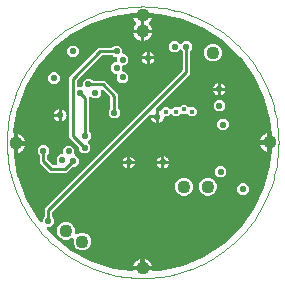
<source format=gbr>
G04 EAGLE Gerber RS-274X export*
G75*
%MOMM*%
%FSLAX35Y35*%
%LPD*%
%INcopper_layer15*%
%IPPOS*%
%AMOC8*
5,1,8,0,0,1.08239X$1,22.5*%
G01*
%ADD10C,0.010000*%
%ADD11C,1.108000*%
%ADD12C,0.550000*%
%ADD13C,1.125000*%
%ADD14C,0.254000*%
%ADD15C,0.400000*%

G36*
X-91704Y-1092264D02*
X-91704Y-1092264D01*
X-91602Y-1092263D01*
X-90157Y-1091882D01*
X-88714Y-1091526D01*
X-88624Y-1091477D01*
X-88526Y-1091451D01*
X-87225Y-1090725D01*
X-85913Y-1090019D01*
X-85838Y-1089950D01*
X-85748Y-1089901D01*
X-84669Y-1088874D01*
X-83573Y-1087864D01*
X-83517Y-1087778D01*
X-83443Y-1087708D01*
X-82654Y-1086447D01*
X-81842Y-1085195D01*
X-81810Y-1085098D01*
X-81756Y-1085012D01*
X-81354Y-1083749D01*
X-6052Y-1083749D01*
X-4872Y-1083600D01*
X-3688Y-1083527D01*
X-3301Y-1083402D01*
X-2896Y-1083351D01*
X-1790Y-1082913D01*
X-661Y-1082548D01*
X-316Y-1082330D01*
X62Y-1082181D01*
X83Y-1082165D01*
X314Y-1082274D01*
X1354Y-1082849D01*
X1749Y-1082951D01*
X2117Y-1083124D01*
X3282Y-1083348D01*
X4434Y-1083646D01*
X5039Y-1083685D01*
X5241Y-1083723D01*
X5447Y-1083711D01*
X6052Y-1083749D01*
X81516Y-1083749D01*
X81710Y-1084172D01*
X82104Y-1085225D01*
X82372Y-1085610D01*
X82569Y-1086038D01*
X83281Y-1086913D01*
X83923Y-1087835D01*
X84279Y-1088141D01*
X84576Y-1088506D01*
X85481Y-1089176D01*
X86334Y-1089910D01*
X86756Y-1090119D01*
X87134Y-1090398D01*
X88176Y-1090822D01*
X89185Y-1091321D01*
X89646Y-1091419D01*
X90081Y-1091595D01*
X91193Y-1091746D01*
X92298Y-1091980D01*
X93018Y-1091993D01*
X93233Y-1092023D01*
X93418Y-1092001D01*
X93918Y-1092010D01*
X146454Y-1089651D01*
X146780Y-1089595D01*
X147110Y-1089604D01*
X148711Y-1089345D01*
X338666Y-1045989D01*
X338976Y-1045876D01*
X339303Y-1045826D01*
X340831Y-1045286D01*
X519992Y-968709D01*
X520278Y-968542D01*
X520589Y-968435D01*
X521997Y-967630D01*
X684605Y-860293D01*
X684856Y-860078D01*
X685144Y-859917D01*
X686385Y-858873D01*
X827214Y-724227D01*
X827422Y-723971D01*
X827678Y-723760D01*
X828713Y-722512D01*
X943236Y-564883D01*
X943395Y-564594D01*
X943609Y-564342D01*
X944404Y-562929D01*
X1028942Y-387384D01*
X1029047Y-387071D01*
X1029212Y-386785D01*
X1029742Y-385253D01*
X1081577Y-197434D01*
X1081624Y-197107D01*
X1081735Y-196796D01*
X1081983Y-195194D01*
X1093698Y-65027D01*
X1093690Y-64811D01*
X1093700Y-64656D01*
X1093723Y-64536D01*
X1093716Y-64413D01*
X1093749Y-63889D01*
X1093749Y-6052D01*
X1093600Y-4872D01*
X1093527Y-3688D01*
X1093402Y-3301D01*
X1093351Y-2896D01*
X1092913Y-1790D01*
X1092548Y-661D01*
X1092330Y-316D01*
X1092181Y62D01*
X1092165Y83D01*
X1092274Y314D01*
X1092849Y1354D01*
X1092951Y1749D01*
X1093124Y2117D01*
X1093348Y3282D01*
X1093646Y4434D01*
X1093685Y5039D01*
X1093723Y5241D01*
X1093711Y5446D01*
X1093749Y6052D01*
X1093749Y63887D01*
X1093722Y64102D01*
X1093698Y65025D01*
X1081983Y195194D01*
X1081913Y195515D01*
X1081907Y195847D01*
X1081577Y197434D01*
X1029742Y385253D01*
X1029615Y385558D01*
X1029551Y385882D01*
X1028942Y387384D01*
X944404Y562929D01*
X944224Y563207D01*
X944103Y563513D01*
X943236Y564883D01*
X828712Y722512D01*
X828487Y722753D01*
X828312Y723034D01*
X827214Y724227D01*
X686385Y858873D01*
X686120Y859070D01*
X685898Y859315D01*
X684605Y860293D01*
X521996Y967630D01*
X521700Y967776D01*
X521438Y967978D01*
X519992Y968709D01*
X340831Y1045286D01*
X340513Y1045377D01*
X340220Y1045528D01*
X338665Y1045989D01*
X148710Y1089345D01*
X148382Y1089378D01*
X148066Y1089475D01*
X146454Y1089651D01*
X55474Y1093737D01*
X55311Y1093723D01*
X54905Y1093749D01*
X6052Y1093749D01*
X4872Y1093600D01*
X3688Y1093527D01*
X3301Y1093402D01*
X2896Y1093351D01*
X1790Y1092913D01*
X661Y1092548D01*
X316Y1092330D01*
X-62Y1092181D01*
X-83Y1092165D01*
X-314Y1092274D01*
X-1354Y1092849D01*
X-1749Y1092951D01*
X-2117Y1093124D01*
X-3282Y1093348D01*
X-4434Y1093646D01*
X-5039Y1093685D01*
X-5241Y1093723D01*
X-5447Y1093711D01*
X-6052Y1093749D01*
X-83128Y1093749D01*
X-83172Y1093744D01*
X-83215Y1093749D01*
X-84833Y1093634D01*
X-243540Y1072136D01*
X-243859Y1072051D01*
X-244189Y1072031D01*
X-245760Y1071629D01*
X-431064Y1011421D01*
X-431363Y1011280D01*
X-431683Y1011201D01*
X-433157Y1010526D01*
X-604733Y918197D01*
X-605002Y918005D01*
X-605303Y917871D01*
X-606633Y916943D01*
X-758965Y795462D01*
X-759195Y795225D01*
X-759468Y795039D01*
X-760610Y793889D01*
X-888803Y647160D01*
X-888987Y646887D01*
X-889223Y646654D01*
X-890142Y645318D01*
X-990075Y478058D01*
X-990208Y477755D01*
X-990397Y477485D01*
X-991063Y476007D01*
X-1059524Y293591D01*
X-1059601Y293270D01*
X-1059739Y292970D01*
X-1060130Y291396D01*
X-1094920Y99687D01*
X-1094938Y99358D01*
X-1095021Y99038D01*
X-1095124Y97420D01*
X-1095124Y84350D01*
X-1094975Y83170D01*
X-1094902Y81985D01*
X-1094777Y81598D01*
X-1094726Y81194D01*
X-1094288Y80088D01*
X-1093923Y78958D01*
X-1093749Y78684D01*
X-1093749Y-3948D01*
X-1093600Y-5128D01*
X-1093527Y-6312D01*
X-1093402Y-6699D01*
X-1093351Y-7104D01*
X-1092913Y-8209D01*
X-1092548Y-9339D01*
X-1092330Y-9683D01*
X-1092181Y-10062D01*
X-1092165Y-10083D01*
X-1092274Y-10314D01*
X-1092849Y-11354D01*
X-1092951Y-11749D01*
X-1093124Y-12117D01*
X-1093348Y-13282D01*
X-1093646Y-14434D01*
X-1093685Y-15039D01*
X-1093723Y-15241D01*
X-1093711Y-15448D01*
X-1093749Y-16052D01*
X-1093749Y-103062D01*
X-1093841Y-103539D01*
X-1093796Y-104272D01*
X-1093850Y-105007D01*
X-1093663Y-106617D01*
X-1060130Y-291397D01*
X-1060031Y-291712D01*
X-1059996Y-292040D01*
X-1059524Y-293591D01*
X-991063Y-476007D01*
X-990908Y-476299D01*
X-990816Y-476616D01*
X-990075Y-478058D01*
X-890142Y-645318D01*
X-889938Y-645578D01*
X-889790Y-645874D01*
X-888803Y-647160D01*
X-867263Y-671815D01*
X-867094Y-671966D01*
X-866962Y-672148D01*
X-865911Y-673019D01*
X-864887Y-673930D01*
X-864686Y-674033D01*
X-864512Y-674178D01*
X-863274Y-674761D01*
X-862059Y-675388D01*
X-861839Y-675438D01*
X-861634Y-675534D01*
X-860292Y-675792D01*
X-858958Y-676097D01*
X-858732Y-676091D01*
X-858510Y-676133D01*
X-857147Y-676049D01*
X-855778Y-676013D01*
X-855560Y-675951D01*
X-855335Y-675937D01*
X-854038Y-675518D01*
X-852719Y-675142D01*
X-852523Y-675028D01*
X-852308Y-674958D01*
X-851153Y-674228D01*
X-849972Y-673538D01*
X-849812Y-673379D01*
X-849620Y-673258D01*
X-848678Y-672258D01*
X-847710Y-671301D01*
X-847594Y-671108D01*
X-847439Y-670943D01*
X-846776Y-669743D01*
X-846075Y-668572D01*
X-846010Y-668356D01*
X-845901Y-668158D01*
X-845557Y-666829D01*
X-845169Y-665523D01*
X-845161Y-665298D01*
X-845104Y-665078D01*
X-845000Y-663460D01*
X-845000Y-647824D01*
X-833920Y-636744D01*
X-833317Y-635966D01*
X-832639Y-635247D01*
X-832344Y-634712D01*
X-831970Y-634231D01*
X-831578Y-633326D01*
X-831101Y-632462D01*
X-830948Y-631870D01*
X-830706Y-631311D01*
X-830552Y-630339D01*
X-830304Y-629382D01*
X-830239Y-628374D01*
X-830207Y-628170D01*
X-830218Y-628047D01*
X-830200Y-627764D01*
X-830200Y-561748D01*
X333580Y602032D01*
X334183Y602809D01*
X334861Y603529D01*
X335156Y604063D01*
X335530Y604545D01*
X335921Y605449D01*
X336399Y606314D01*
X336552Y606906D01*
X336794Y607464D01*
X336948Y608437D01*
X337196Y609393D01*
X337260Y610402D01*
X337293Y610606D01*
X337281Y610728D01*
X337299Y611011D01*
X337299Y770264D01*
X337176Y771243D01*
X337147Y772228D01*
X336977Y772815D01*
X336901Y773420D01*
X336538Y774337D01*
X336265Y775285D01*
X335955Y775811D01*
X335731Y776378D01*
X335152Y777176D01*
X334651Y778026D01*
X333984Y778784D01*
X333862Y778953D01*
X333766Y779032D01*
X333580Y779243D01*
X328980Y783844D01*
X328050Y784566D01*
X327913Y784695D01*
X327886Y784709D01*
X327151Y785359D01*
X326789Y785544D01*
X326467Y785794D01*
X325374Y786267D01*
X324318Y786807D01*
X323922Y786896D01*
X323548Y787058D01*
X322375Y787244D01*
X321215Y787506D01*
X320807Y787493D01*
X320406Y787557D01*
X319225Y787446D01*
X318035Y787411D01*
X317644Y787298D01*
X317239Y787260D01*
X316122Y786859D01*
X314979Y786529D01*
X314627Y786322D01*
X314245Y786185D01*
X313261Y785518D01*
X312238Y784915D01*
X311784Y784517D01*
X311612Y784399D01*
X311474Y784243D01*
X311020Y783844D01*
X289676Y762499D01*
X250324Y762499D01*
X222499Y790324D01*
X222499Y829676D01*
X250324Y857500D01*
X289676Y857500D01*
X311020Y836156D01*
X311957Y835429D01*
X312849Y834641D01*
X313212Y834455D01*
X313533Y834206D01*
X314623Y833734D01*
X315682Y833193D01*
X316079Y833103D01*
X316453Y832942D01*
X317624Y832756D01*
X318785Y832494D01*
X319193Y832506D01*
X319594Y832443D01*
X320774Y832553D01*
X321965Y832589D01*
X322358Y832702D01*
X322762Y832740D01*
X323879Y833141D01*
X325021Y833471D01*
X325371Y833677D01*
X325756Y833815D01*
X326742Y834484D01*
X327763Y835085D01*
X328216Y835484D01*
X328388Y835601D01*
X328526Y835756D01*
X328980Y836156D01*
X350324Y857500D01*
X389676Y857500D01*
X417500Y829676D01*
X417500Y790324D01*
X406420Y779244D01*
X405817Y778466D01*
X405139Y777747D01*
X404844Y777212D01*
X404470Y776731D01*
X404078Y775826D01*
X403601Y774962D01*
X403448Y774370D01*
X403206Y773811D01*
X403052Y772839D01*
X402804Y771882D01*
X402739Y770874D01*
X402707Y770670D01*
X402718Y770547D01*
X402700Y770264D01*
X402700Y578660D01*
X113619Y289579D01*
X112769Y288484D01*
X111881Y287412D01*
X111794Y287227D01*
X111669Y287066D01*
X111118Y285793D01*
X110524Y284534D01*
X110486Y284334D01*
X110405Y284147D01*
X110188Y282777D01*
X109925Y281410D01*
X109938Y281207D01*
X109906Y281005D01*
X110036Y279623D01*
X110122Y278235D01*
X110184Y278041D01*
X110203Y277838D01*
X110673Y276529D01*
X111101Y275208D01*
X111209Y275037D01*
X111278Y274844D01*
X112058Y273694D01*
X112299Y273314D01*
X112299Y227701D01*
X66772Y227701D01*
X66551Y227896D01*
X66370Y227988D01*
X66212Y228119D01*
X64953Y228712D01*
X63718Y229343D01*
X63519Y229388D01*
X63335Y229475D01*
X61973Y229737D01*
X60615Y230042D01*
X60410Y230036D01*
X60211Y230074D01*
X58830Y229989D01*
X57435Y229948D01*
X57238Y229891D01*
X57036Y229878D01*
X55721Y229453D01*
X54379Y229066D01*
X54202Y228962D01*
X54009Y228899D01*
X52833Y228156D01*
X51638Y227452D01*
X51427Y227266D01*
X51320Y227199D01*
X51176Y227045D01*
X50420Y226381D01*
X-761080Y-585120D01*
X-761683Y-585898D01*
X-762361Y-586617D01*
X-762656Y-587151D01*
X-763030Y-587633D01*
X-763421Y-588537D01*
X-763899Y-589402D01*
X-764052Y-589994D01*
X-764294Y-590552D01*
X-764448Y-591525D01*
X-764696Y-592482D01*
X-764760Y-593490D01*
X-764793Y-593694D01*
X-764781Y-593817D01*
X-764799Y-594099D01*
X-764799Y-627764D01*
X-764676Y-628742D01*
X-764647Y-629729D01*
X-764477Y-630316D01*
X-764401Y-630920D01*
X-764039Y-631836D01*
X-763765Y-632785D01*
X-763455Y-633312D01*
X-763231Y-633878D01*
X-762652Y-634676D01*
X-762151Y-635527D01*
X-761484Y-636284D01*
X-761362Y-636453D01*
X-761266Y-636532D01*
X-761080Y-636744D01*
X-749999Y-647824D01*
X-749999Y-687176D01*
X-777824Y-715000D01*
X-801575Y-715000D01*
X-802532Y-715121D01*
X-803497Y-715147D01*
X-804104Y-715320D01*
X-804731Y-715399D01*
X-805627Y-715753D01*
X-806556Y-716018D01*
X-807102Y-716337D01*
X-807689Y-716569D01*
X-808469Y-717135D01*
X-809303Y-717622D01*
X-809753Y-718067D01*
X-810263Y-718438D01*
X-810878Y-719180D01*
X-811565Y-719859D01*
X-811890Y-720401D01*
X-812293Y-720888D01*
X-812705Y-721761D01*
X-813200Y-722588D01*
X-813380Y-723193D01*
X-813649Y-723765D01*
X-813831Y-724713D01*
X-814106Y-725637D01*
X-814129Y-726268D01*
X-814248Y-726889D01*
X-814189Y-727851D01*
X-814225Y-728816D01*
X-814091Y-729435D01*
X-814052Y-730064D01*
X-813756Y-730980D01*
X-813551Y-731925D01*
X-813267Y-732491D01*
X-813073Y-733091D01*
X-812558Y-733906D01*
X-812125Y-734769D01*
X-811481Y-735609D01*
X-811373Y-735779D01*
X-811290Y-735858D01*
X-811138Y-736055D01*
X-760610Y-793889D01*
X-760364Y-794108D01*
X-760165Y-794373D01*
X-758965Y-795462D01*
X-606633Y-916943D01*
X-606351Y-917115D01*
X-606108Y-917339D01*
X-604733Y-918197D01*
X-433157Y-1010526D01*
X-432849Y-1010645D01*
X-432571Y-1010822D01*
X-431064Y-1011421D01*
X-245760Y-1071629D01*
X-245435Y-1071691D01*
X-245130Y-1071816D01*
X-243540Y-1072136D01*
X-94984Y-1092259D01*
X-94882Y-1092260D01*
X-94783Y-1092285D01*
X-93287Y-1092275D01*
X-91803Y-1092288D01*
X-91704Y-1092264D01*
G37*
%LPC*%
G36*
X-509676Y-92500D02*
X-509676Y-92500D01*
X-537500Y-64676D01*
X-537500Y-49005D01*
X-537624Y-48028D01*
X-537653Y-47041D01*
X-537823Y-46454D01*
X-537899Y-45849D01*
X-538262Y-44932D01*
X-538535Y-43984D01*
X-538844Y-43459D01*
X-539069Y-42891D01*
X-539649Y-42093D01*
X-540149Y-41243D01*
X-540816Y-40485D01*
X-540938Y-40317D01*
X-541033Y-40238D01*
X-541220Y-40026D01*
X-622900Y41654D01*
X-622900Y217508D01*
X-622944Y217855D01*
X-622919Y218204D01*
X-623142Y219425D01*
X-623299Y220664D01*
X-623428Y220990D01*
X-623490Y221334D01*
X-624011Y222465D01*
X-624469Y223623D01*
X-624675Y223906D01*
X-624821Y224223D01*
X-625608Y225191D01*
X-626338Y226197D01*
X-626607Y226420D01*
X-626828Y226692D01*
X-627829Y227432D01*
X-628788Y228226D01*
X-629104Y228376D01*
X-629385Y228583D01*
X-630539Y229052D01*
X-631665Y229583D01*
X-632008Y229649D01*
X-632333Y229780D01*
X-633566Y229947D01*
X-633675Y229968D01*
X-633584Y229993D01*
X-633235Y230014D01*
X-632054Y230396D01*
X-630847Y230715D01*
X-630541Y230886D01*
X-630208Y230993D01*
X-629157Y231658D01*
X-628069Y232265D01*
X-627816Y232506D01*
X-627520Y232693D01*
X-626665Y233601D01*
X-625764Y234458D01*
X-625578Y234754D01*
X-625339Y235009D01*
X-624737Y236098D01*
X-624076Y237154D01*
X-623970Y237487D01*
X-623801Y237794D01*
X-623488Y239002D01*
X-623112Y240185D01*
X-623092Y240534D01*
X-623004Y240873D01*
X-622900Y242491D01*
X-622900Y553345D01*
X-373545Y802700D01*
X-259736Y802700D01*
X-258758Y802824D01*
X-257771Y802853D01*
X-257184Y803023D01*
X-256580Y803099D01*
X-255664Y803461D01*
X-254714Y803735D01*
X-254188Y804045D01*
X-253622Y804269D01*
X-252824Y804848D01*
X-251973Y805349D01*
X-251216Y806016D01*
X-251047Y806138D01*
X-250968Y806233D01*
X-250756Y806420D01*
X-239676Y817500D01*
X-200324Y817500D01*
X-172499Y789676D01*
X-172499Y760200D01*
X-172350Y759020D01*
X-172277Y757835D01*
X-172152Y757448D01*
X-172101Y757044D01*
X-171663Y755938D01*
X-171298Y754808D01*
X-171080Y754464D01*
X-170931Y754086D01*
X-170234Y753126D01*
X-169598Y752120D01*
X-169300Y751840D01*
X-169062Y751511D01*
X-168148Y750754D01*
X-167283Y749939D01*
X-166926Y749742D01*
X-166612Y749482D01*
X-165538Y748975D01*
X-164498Y748401D01*
X-164103Y748299D01*
X-163735Y748125D01*
X-162570Y747902D01*
X-161418Y747604D01*
X-160813Y747565D01*
X-160611Y747526D01*
X-160405Y747539D01*
X-159800Y747500D01*
X-150324Y747500D01*
X-122499Y719676D01*
X-122499Y680324D01*
X-150324Y652499D01*
X-159800Y652499D01*
X-160980Y652350D01*
X-162164Y652277D01*
X-162551Y652152D01*
X-162956Y652101D01*
X-164062Y651663D01*
X-165191Y651298D01*
X-165536Y651080D01*
X-165914Y650931D01*
X-166873Y650234D01*
X-167880Y649598D01*
X-168160Y649300D01*
X-168488Y649062D01*
X-169245Y648148D01*
X-170061Y647283D01*
X-170258Y646926D01*
X-170518Y646612D01*
X-171024Y645538D01*
X-171599Y644498D01*
X-171701Y644103D01*
X-171874Y643735D01*
X-172098Y642570D01*
X-172396Y641418D01*
X-172435Y640813D01*
X-172473Y640611D01*
X-172461Y640405D01*
X-172499Y639800D01*
X-172499Y610200D01*
X-172350Y609020D01*
X-172277Y607835D01*
X-172152Y607448D01*
X-172101Y607044D01*
X-171663Y605938D01*
X-171298Y604808D01*
X-171080Y604464D01*
X-170931Y604086D01*
X-170234Y603126D01*
X-169598Y602120D01*
X-169300Y601840D01*
X-169062Y601511D01*
X-168148Y600754D01*
X-167283Y599939D01*
X-166926Y599742D01*
X-166612Y599482D01*
X-165538Y598975D01*
X-164498Y598401D01*
X-164103Y598299D01*
X-163735Y598125D01*
X-162570Y597902D01*
X-161418Y597604D01*
X-160813Y597565D01*
X-160611Y597526D01*
X-160405Y597539D01*
X-159800Y597500D01*
X-150324Y597500D01*
X-122499Y569676D01*
X-122499Y530324D01*
X-150324Y502499D01*
X-189676Y502499D01*
X-217500Y530324D01*
X-217500Y569800D01*
X-217649Y570980D01*
X-217723Y572164D01*
X-217848Y572551D01*
X-217899Y572956D01*
X-218336Y574062D01*
X-218702Y575191D01*
X-218919Y575536D01*
X-219069Y575914D01*
X-219765Y576873D01*
X-220402Y577880D01*
X-220699Y578160D01*
X-220938Y578488D01*
X-221851Y579245D01*
X-222717Y580061D01*
X-223073Y580258D01*
X-223388Y580518D01*
X-224462Y581024D01*
X-225502Y581599D01*
X-225897Y581701D01*
X-226265Y581874D01*
X-227430Y582098D01*
X-228582Y582396D01*
X-229187Y582435D01*
X-229389Y582473D01*
X-229595Y582461D01*
X-230200Y582499D01*
X-239676Y582499D01*
X-267500Y610324D01*
X-267500Y649676D01*
X-239676Y677500D01*
X-230200Y677500D01*
X-229020Y677649D01*
X-227835Y677723D01*
X-227448Y677848D01*
X-227044Y677899D01*
X-225938Y678336D01*
X-224808Y678702D01*
X-224464Y678919D01*
X-224086Y679069D01*
X-223126Y679765D01*
X-222120Y680402D01*
X-221840Y680699D01*
X-221511Y680938D01*
X-220754Y681851D01*
X-219939Y682717D01*
X-219742Y683073D01*
X-219482Y683388D01*
X-218975Y684462D01*
X-218401Y685502D01*
X-218299Y685897D01*
X-218125Y686265D01*
X-217902Y687430D01*
X-217604Y688582D01*
X-217565Y689187D01*
X-217526Y689389D01*
X-217539Y689595D01*
X-217500Y690200D01*
X-217500Y709800D01*
X-217649Y710980D01*
X-217723Y712164D01*
X-217848Y712551D01*
X-217899Y712956D01*
X-218336Y714062D01*
X-218702Y715191D01*
X-218919Y715536D01*
X-219069Y715914D01*
X-219765Y716873D01*
X-220402Y717880D01*
X-220699Y718160D01*
X-220938Y718488D01*
X-221851Y719245D01*
X-222717Y720061D01*
X-223073Y720258D01*
X-223388Y720518D01*
X-224462Y721024D01*
X-225502Y721599D01*
X-225897Y721701D01*
X-226265Y721874D01*
X-227430Y722098D01*
X-228582Y722396D01*
X-229187Y722435D01*
X-229389Y722473D01*
X-229595Y722461D01*
X-230200Y722499D01*
X-239676Y722499D01*
X-250756Y733580D01*
X-251534Y734183D01*
X-252253Y734861D01*
X-252788Y735156D01*
X-253269Y735530D01*
X-254173Y735921D01*
X-255038Y736399D01*
X-255630Y736552D01*
X-256188Y736794D01*
X-257161Y736948D01*
X-258118Y737196D01*
X-259126Y737260D01*
X-259330Y737293D01*
X-259453Y737281D01*
X-259736Y737299D01*
X-341194Y737299D01*
X-342172Y737176D01*
X-343159Y737147D01*
X-343746Y736977D01*
X-344350Y736901D01*
X-345266Y736539D01*
X-346216Y736265D01*
X-346742Y735955D01*
X-347308Y735731D01*
X-348106Y735152D01*
X-348957Y734651D01*
X-349714Y733984D01*
X-349883Y733862D01*
X-349962Y733766D01*
X-350174Y733580D01*
X-553780Y529974D01*
X-554383Y529196D01*
X-555061Y528477D01*
X-555356Y527943D01*
X-555730Y527461D01*
X-556121Y526557D01*
X-556599Y525692D01*
X-556752Y525100D01*
X-556994Y524542D01*
X-557148Y523569D01*
X-557396Y522612D01*
X-557460Y521604D01*
X-557493Y521400D01*
X-557481Y521277D01*
X-557499Y520994D01*
X-557499Y480200D01*
X-557350Y479020D01*
X-557277Y477835D01*
X-557152Y477448D01*
X-557101Y477044D01*
X-556663Y475938D01*
X-556298Y474808D01*
X-556080Y474464D01*
X-555931Y474086D01*
X-555234Y473126D01*
X-554598Y472120D01*
X-554300Y471840D01*
X-554062Y471511D01*
X-553148Y470754D01*
X-552283Y469939D01*
X-551926Y469742D01*
X-551612Y469482D01*
X-550538Y468975D01*
X-549498Y468401D01*
X-549103Y468299D01*
X-548735Y468125D01*
X-547570Y467902D01*
X-546418Y467604D01*
X-545813Y467565D01*
X-545611Y467526D01*
X-545405Y467539D01*
X-544800Y467500D01*
X-520200Y467500D01*
X-519020Y467649D01*
X-517835Y467723D01*
X-517448Y467848D01*
X-517044Y467899D01*
X-515938Y468336D01*
X-514808Y468702D01*
X-514464Y468919D01*
X-514086Y469069D01*
X-513126Y469765D01*
X-512120Y470402D01*
X-511840Y470699D01*
X-511511Y470938D01*
X-510754Y471851D01*
X-509939Y472717D01*
X-509742Y473073D01*
X-509482Y473388D01*
X-508975Y474462D01*
X-508401Y475502D01*
X-508299Y475897D01*
X-508125Y476265D01*
X-507902Y477430D01*
X-507604Y478582D01*
X-507565Y479185D01*
X-507526Y479389D01*
X-507539Y479595D01*
X-507500Y480200D01*
X-507500Y509676D01*
X-479676Y537500D01*
X-440324Y537500D01*
X-429244Y526420D01*
X-428466Y525817D01*
X-427747Y525139D01*
X-427212Y524844D01*
X-426731Y524470D01*
X-425826Y524078D01*
X-424962Y523601D01*
X-424370Y523448D01*
X-423811Y523206D01*
X-422839Y523052D01*
X-421882Y522804D01*
X-420874Y522739D01*
X-420670Y522707D01*
X-420547Y522718D01*
X-420264Y522700D01*
X-321318Y522700D01*
X-207299Y408682D01*
X-207299Y289736D01*
X-207176Y288758D01*
X-207147Y287771D01*
X-206977Y287184D01*
X-206901Y286580D01*
X-206539Y285664D01*
X-206265Y284714D01*
X-205954Y284188D01*
X-205731Y283622D01*
X-205152Y282824D01*
X-204651Y281973D01*
X-203984Y281216D01*
X-203862Y281047D01*
X-203766Y280968D01*
X-203580Y280756D01*
X-192499Y269676D01*
X-192499Y230324D01*
X-220324Y202499D01*
X-259676Y202499D01*
X-287500Y230324D01*
X-287500Y269676D01*
X-276420Y280756D01*
X-275817Y281534D01*
X-275139Y282253D01*
X-274844Y282788D01*
X-274470Y283269D01*
X-274078Y284173D01*
X-273601Y285038D01*
X-273448Y285630D01*
X-273206Y286188D01*
X-273052Y287161D01*
X-272804Y288118D01*
X-272739Y289126D01*
X-272707Y289330D01*
X-272718Y289453D01*
X-272700Y289736D01*
X-272700Y376331D01*
X-272824Y377308D01*
X-272853Y378295D01*
X-273023Y378882D01*
X-273099Y379487D01*
X-273461Y380402D01*
X-273735Y381352D01*
X-274045Y381878D01*
X-274269Y382445D01*
X-274848Y383243D01*
X-275349Y384093D01*
X-276016Y384851D01*
X-276138Y385019D01*
X-276233Y385098D01*
X-276420Y385310D01*
X-330820Y439711D01*
X-331915Y440561D01*
X-332988Y441449D01*
X-333173Y441536D01*
X-333333Y441661D01*
X-334606Y442212D01*
X-335865Y442806D01*
X-336066Y442844D01*
X-336253Y442925D01*
X-337623Y443143D01*
X-338989Y443405D01*
X-339193Y443392D01*
X-339394Y443424D01*
X-340777Y443294D01*
X-342164Y443208D01*
X-342358Y443146D01*
X-342562Y443127D01*
X-343871Y442657D01*
X-345191Y442229D01*
X-345363Y442121D01*
X-345556Y442052D01*
X-346704Y441273D01*
X-347880Y440529D01*
X-348020Y440380D01*
X-348188Y440266D01*
X-349105Y439229D01*
X-350061Y438214D01*
X-350160Y438035D01*
X-350295Y437882D01*
X-350926Y436648D01*
X-351599Y435429D01*
X-351650Y435231D01*
X-351743Y435050D01*
X-352048Y433696D01*
X-352396Y432349D01*
X-352414Y432068D01*
X-352441Y431946D01*
X-352435Y431738D01*
X-352499Y430731D01*
X-352499Y400324D01*
X-380324Y372499D01*
X-419675Y372499D01*
X-431620Y384444D01*
X-432718Y385296D01*
X-433788Y386183D01*
X-433973Y386270D01*
X-434133Y386394D01*
X-435408Y386946D01*
X-436665Y387539D01*
X-436865Y387578D01*
X-437053Y387658D01*
X-438423Y387876D01*
X-439789Y388138D01*
X-439993Y388126D01*
X-440194Y388158D01*
X-441581Y388028D01*
X-442964Y387942D01*
X-443157Y387879D01*
X-443362Y387860D01*
X-444674Y387389D01*
X-445991Y386963D01*
X-446163Y386854D01*
X-446355Y386785D01*
X-447501Y386008D01*
X-448680Y385263D01*
X-448820Y385113D01*
X-448988Y384999D01*
X-449905Y383962D01*
X-450861Y382947D01*
X-450960Y382768D01*
X-451095Y382616D01*
X-451726Y381381D01*
X-452399Y380162D01*
X-452450Y379964D01*
X-452543Y379783D01*
X-452848Y378429D01*
X-453196Y377083D01*
X-453214Y376801D01*
X-453241Y376680D01*
X-453235Y376471D01*
X-453299Y375465D01*
X-453299Y95736D01*
X-453176Y94758D01*
X-453147Y93771D01*
X-452977Y93184D01*
X-452901Y92580D01*
X-452539Y91664D01*
X-452265Y90714D01*
X-451955Y90188D01*
X-451731Y89622D01*
X-451152Y88824D01*
X-450651Y87973D01*
X-449984Y87216D01*
X-449862Y87047D01*
X-449766Y86968D01*
X-449580Y86756D01*
X-438499Y75676D01*
X-438499Y36324D01*
X-462344Y12480D01*
X-463072Y11542D01*
X-463859Y10651D01*
X-464044Y10288D01*
X-464294Y9967D01*
X-464766Y8877D01*
X-465307Y7818D01*
X-465397Y7421D01*
X-465558Y7047D01*
X-465744Y5876D01*
X-466006Y4715D01*
X-465993Y4307D01*
X-466057Y3906D01*
X-465946Y2724D01*
X-465911Y1535D01*
X-465798Y1144D01*
X-465760Y738D01*
X-465358Y-382D01*
X-465029Y-1521D01*
X-464823Y-1871D01*
X-464685Y-2256D01*
X-464017Y-3241D01*
X-463415Y-4263D01*
X-463015Y-4718D01*
X-462899Y-4888D01*
X-462745Y-5025D01*
X-462344Y-5480D01*
X-442499Y-25324D01*
X-442499Y-64676D01*
X-470324Y-92500D01*
X-509676Y-92500D01*
G37*
%LPD*%
%LPC*%
G36*
X-788545Y-257700D02*
X-788545Y-257700D01*
X-811418Y-234828D01*
X-811420Y-234825D01*
X-849825Y-196420D01*
X-849827Y-196419D01*
X-872700Y-173545D01*
X-872700Y-109736D01*
X-872824Y-108758D01*
X-872853Y-107771D01*
X-873023Y-107184D01*
X-873099Y-106580D01*
X-873461Y-105664D01*
X-873735Y-104714D01*
X-874045Y-104188D01*
X-874269Y-103622D01*
X-874848Y-102824D01*
X-875349Y-101973D01*
X-876016Y-101216D01*
X-876138Y-101047D01*
X-876233Y-100968D01*
X-876420Y-100756D01*
X-887500Y-89676D01*
X-887500Y-50324D01*
X-859676Y-22499D01*
X-820324Y-22499D01*
X-792499Y-50324D01*
X-792499Y-89676D01*
X-803580Y-100756D01*
X-804183Y-101534D01*
X-804861Y-102253D01*
X-805156Y-102788D01*
X-805530Y-103269D01*
X-805921Y-104173D01*
X-806399Y-105038D01*
X-806552Y-105630D01*
X-806794Y-106188D01*
X-806948Y-107161D01*
X-807196Y-108118D01*
X-807260Y-109126D01*
X-807293Y-109330D01*
X-807281Y-109453D01*
X-807299Y-109736D01*
X-807299Y-141195D01*
X-807176Y-142172D01*
X-807147Y-143159D01*
X-806977Y-143746D01*
X-806901Y-144351D01*
X-806539Y-145266D01*
X-806265Y-146216D01*
X-805955Y-146743D01*
X-805731Y-147309D01*
X-805152Y-148107D01*
X-804651Y-148957D01*
X-803984Y-149715D01*
X-803862Y-149883D01*
X-803766Y-149963D01*
X-803580Y-150174D01*
X-765174Y-188580D01*
X-764397Y-189183D01*
X-763677Y-189861D01*
X-763143Y-190156D01*
X-762661Y-190530D01*
X-761757Y-190921D01*
X-760892Y-191399D01*
X-760300Y-191552D01*
X-759742Y-191794D01*
X-758769Y-191948D01*
X-757813Y-192196D01*
X-756804Y-192260D01*
X-756600Y-192293D01*
X-756478Y-192281D01*
X-756195Y-192299D01*
X-735535Y-192299D01*
X-734155Y-192125D01*
X-732773Y-191995D01*
X-732581Y-191927D01*
X-732379Y-191901D01*
X-731088Y-191390D01*
X-729779Y-190920D01*
X-729610Y-190806D01*
X-729421Y-190731D01*
X-728299Y-189916D01*
X-727146Y-189134D01*
X-727011Y-188981D01*
X-726847Y-188862D01*
X-725962Y-187794D01*
X-725040Y-186751D01*
X-724947Y-186569D01*
X-724817Y-186412D01*
X-724226Y-185158D01*
X-723592Y-183918D01*
X-723547Y-183718D01*
X-723461Y-183535D01*
X-723200Y-182174D01*
X-722894Y-180814D01*
X-722900Y-180610D01*
X-722862Y-180411D01*
X-722947Y-179025D01*
X-722989Y-177635D01*
X-723045Y-177439D01*
X-723058Y-177236D01*
X-723485Y-175915D01*
X-723871Y-174578D01*
X-723974Y-174403D01*
X-724037Y-174209D01*
X-724782Y-173031D01*
X-725485Y-171837D01*
X-725670Y-171627D01*
X-725737Y-171520D01*
X-725891Y-171376D01*
X-726556Y-170620D01*
X-727500Y-169675D01*
X-727500Y-130324D01*
X-699676Y-102499D01*
X-685200Y-102499D01*
X-684020Y-102350D01*
X-682835Y-102277D01*
X-682448Y-102152D01*
X-682044Y-102101D01*
X-680938Y-101663D01*
X-679808Y-101298D01*
X-679464Y-101080D01*
X-679086Y-100931D01*
X-678126Y-100234D01*
X-677120Y-99598D01*
X-676840Y-99300D01*
X-676511Y-99062D01*
X-675754Y-98148D01*
X-674939Y-97283D01*
X-674742Y-96926D01*
X-674482Y-96612D01*
X-673975Y-95538D01*
X-673401Y-94498D01*
X-673299Y-94103D01*
X-673125Y-93735D01*
X-672902Y-92570D01*
X-672604Y-91418D01*
X-672565Y-90813D01*
X-672526Y-90611D01*
X-672539Y-90405D01*
X-672500Y-89800D01*
X-672500Y-55324D01*
X-644676Y-27499D01*
X-605324Y-27499D01*
X-577499Y-55324D01*
X-577499Y-98757D01*
X-577506Y-98785D01*
X-577499Y-98995D01*
X-577499Y-99211D01*
X-577556Y-99563D01*
X-577447Y-100760D01*
X-577411Y-101964D01*
X-577302Y-102341D01*
X-577267Y-102731D01*
X-576863Y-103863D01*
X-576529Y-105021D01*
X-576330Y-105359D01*
X-576198Y-105728D01*
X-575526Y-106724D01*
X-574915Y-107762D01*
X-574533Y-108197D01*
X-574419Y-108365D01*
X-574262Y-108505D01*
X-573844Y-108979D01*
X-542499Y-140324D01*
X-542499Y-179676D01*
X-570324Y-207500D01*
X-585995Y-207500D01*
X-586972Y-207624D01*
X-587959Y-207653D01*
X-588546Y-207823D01*
X-589151Y-207899D01*
X-590068Y-208262D01*
X-591016Y-208535D01*
X-591541Y-208844D01*
X-592109Y-209069D01*
X-592908Y-209649D01*
X-593757Y-210149D01*
X-594515Y-210816D01*
X-594683Y-210938D01*
X-594763Y-211033D01*
X-594974Y-211220D01*
X-641454Y-257700D01*
X-788545Y-257700D01*
G37*
%LPD*%
%LPC*%
G36*
X-524998Y-915400D02*
X-524998Y-915400D01*
X-552712Y-903921D01*
X-573921Y-882712D01*
X-585400Y-854998D01*
X-585400Y-822691D01*
X-585574Y-821313D01*
X-585704Y-819929D01*
X-585773Y-819737D01*
X-585799Y-819535D01*
X-586310Y-818244D01*
X-586780Y-816935D01*
X-586894Y-816766D01*
X-586969Y-816577D01*
X-587784Y-815455D01*
X-588566Y-814302D01*
X-588719Y-814167D01*
X-588838Y-814003D01*
X-589908Y-813116D01*
X-590950Y-812196D01*
X-591130Y-812104D01*
X-591288Y-811973D01*
X-592547Y-811380D01*
X-593782Y-810748D01*
X-593981Y-810704D01*
X-594165Y-810617D01*
X-595529Y-810355D01*
X-596886Y-810050D01*
X-597089Y-810056D01*
X-597289Y-810018D01*
X-598674Y-810103D01*
X-600066Y-810145D01*
X-600262Y-810202D01*
X-600464Y-810214D01*
X-601784Y-810641D01*
X-603122Y-811027D01*
X-603298Y-811131D01*
X-603491Y-811193D01*
X-604668Y-811938D01*
X-605863Y-812641D01*
X-606074Y-812827D01*
X-606179Y-812893D01*
X-606323Y-813046D01*
X-607080Y-813712D01*
X-607289Y-813921D01*
X-635002Y-825400D01*
X-664998Y-825400D01*
X-692712Y-813921D01*
X-713921Y-792712D01*
X-725400Y-764998D01*
X-725400Y-735002D01*
X-713921Y-707288D01*
X-692712Y-686079D01*
X-664998Y-674599D01*
X-635002Y-674599D01*
X-607288Y-686079D01*
X-586079Y-707288D01*
X-574599Y-735002D01*
X-574599Y-767308D01*
X-574425Y-768687D01*
X-574295Y-770071D01*
X-574226Y-770263D01*
X-574201Y-770464D01*
X-573690Y-771756D01*
X-573220Y-773065D01*
X-573105Y-773233D01*
X-573031Y-773423D01*
X-572216Y-774545D01*
X-571434Y-775698D01*
X-571281Y-775833D01*
X-571162Y-775997D01*
X-570092Y-776883D01*
X-569050Y-777804D01*
X-568869Y-777896D01*
X-568712Y-778026D01*
X-567453Y-778620D01*
X-566218Y-779251D01*
X-566019Y-779296D01*
X-565835Y-779383D01*
X-564471Y-779644D01*
X-563114Y-779950D01*
X-562910Y-779944D01*
X-562711Y-779982D01*
X-561325Y-779896D01*
X-559934Y-779855D01*
X-559738Y-779798D01*
X-559536Y-779786D01*
X-558216Y-779359D01*
X-556878Y-778973D01*
X-556702Y-778869D01*
X-556509Y-778807D01*
X-555332Y-778062D01*
X-554137Y-777358D01*
X-553926Y-777173D01*
X-553820Y-777106D01*
X-553677Y-776954D01*
X-552919Y-776288D01*
X-552711Y-776078D01*
X-524998Y-764599D01*
X-495002Y-764599D01*
X-467288Y-776079D01*
X-446079Y-797288D01*
X-434599Y-825002D01*
X-434599Y-854998D01*
X-446079Y-882712D01*
X-467288Y-903921D01*
X-495002Y-915400D01*
X-524998Y-915400D01*
G37*
%LPD*%
%LPC*%
G36*
X137701Y214997D02*
X137701Y214997D01*
X137700Y214998D01*
X137701Y215003D01*
X137701Y266410D01*
X140430Y265868D01*
X142440Y265035D01*
X142918Y264904D01*
X143365Y264693D01*
X144447Y264486D01*
X145508Y264195D01*
X146003Y264188D01*
X146489Y264094D01*
X147588Y264162D01*
X148689Y264144D01*
X149171Y264260D01*
X149664Y264290D01*
X150710Y264628D01*
X151782Y264885D01*
X152221Y265117D01*
X152691Y265269D01*
X153621Y265858D01*
X154595Y266372D01*
X154961Y266705D01*
X155380Y266970D01*
X156136Y267773D01*
X156949Y268511D01*
X157221Y268924D01*
X157561Y269285D01*
X158093Y270249D01*
X158698Y271168D01*
X158859Y271637D01*
X159099Y272070D01*
X159375Y273137D01*
X159732Y274177D01*
X159772Y274670D01*
X159896Y275150D01*
X159986Y276556D01*
X183431Y300000D01*
X216569Y300000D01*
X231020Y285549D01*
X231957Y284822D01*
X232849Y284034D01*
X233212Y283849D01*
X233533Y283599D01*
X234625Y283127D01*
X235682Y282586D01*
X236079Y282497D01*
X236453Y282335D01*
X237624Y282149D01*
X238785Y281888D01*
X239193Y281900D01*
X239594Y281836D01*
X240774Y281947D01*
X241965Y281982D01*
X242358Y282096D01*
X242762Y282133D01*
X243879Y282535D01*
X245021Y282864D01*
X245372Y283071D01*
X245756Y283208D01*
X246740Y283876D01*
X247763Y284478D01*
X248217Y284878D01*
X248388Y284994D01*
X248525Y285149D01*
X248980Y285549D01*
X263431Y300000D01*
X296728Y300000D01*
X296957Y299822D01*
X297849Y299034D01*
X298212Y298849D01*
X298533Y298599D01*
X299623Y298127D01*
X300682Y297586D01*
X301079Y297497D01*
X301453Y297335D01*
X302624Y297149D01*
X303785Y296888D01*
X304193Y296900D01*
X304594Y296836D01*
X305774Y296947D01*
X306965Y296982D01*
X307358Y297096D01*
X307762Y297133D01*
X308879Y297535D01*
X310021Y297864D01*
X310371Y298070D01*
X310756Y298208D01*
X311742Y298877D01*
X312763Y299478D01*
X313216Y299878D01*
X313388Y299994D01*
X313526Y300150D01*
X313980Y300549D01*
X333431Y320000D01*
X366569Y320000D01*
X386020Y300549D01*
X386958Y299821D01*
X387850Y299034D01*
X388212Y298849D01*
X388533Y298599D01*
X389623Y298127D01*
X390682Y297586D01*
X391080Y297496D01*
X391453Y297335D01*
X392624Y297149D01*
X393786Y296888D01*
X394193Y296900D01*
X394594Y296836D01*
X395777Y296947D01*
X396965Y296983D01*
X397357Y297095D01*
X397762Y297133D01*
X398879Y297535D01*
X400022Y297864D01*
X400373Y298071D01*
X400756Y298208D01*
X401739Y298876D01*
X402763Y299478D01*
X403217Y299878D01*
X403388Y299994D01*
X403394Y300000D01*
X436569Y300000D01*
X460000Y276569D01*
X460000Y243431D01*
X436569Y219999D01*
X403431Y219999D01*
X383980Y239451D01*
X383042Y240179D01*
X382151Y240966D01*
X381788Y241151D01*
X381467Y241401D01*
X380377Y241873D01*
X379318Y242413D01*
X378921Y242503D01*
X378547Y242665D01*
X377377Y242851D01*
X376215Y243112D01*
X375807Y243100D01*
X375406Y243164D01*
X374224Y243053D01*
X373035Y243018D01*
X372644Y242905D01*
X372238Y242867D01*
X371120Y242465D01*
X369979Y242136D01*
X369628Y241929D01*
X369244Y241791D01*
X368261Y241124D01*
X367238Y240522D01*
X366783Y240122D01*
X366612Y240006D01*
X366606Y239999D01*
X333273Y239999D01*
X333042Y240178D01*
X332151Y240966D01*
X331788Y241151D01*
X331467Y241400D01*
X330377Y241873D01*
X329318Y242413D01*
X328922Y242503D01*
X328548Y242665D01*
X327375Y242851D01*
X326215Y243112D01*
X325807Y243100D01*
X325406Y243164D01*
X324225Y243053D01*
X323035Y243018D01*
X322644Y242905D01*
X322239Y242867D01*
X321122Y242465D01*
X319979Y242136D01*
X319628Y241929D01*
X319245Y241792D01*
X318261Y241124D01*
X317238Y240522D01*
X316783Y240122D01*
X316612Y240006D01*
X316475Y239851D01*
X316020Y239451D01*
X296569Y219999D01*
X263431Y219999D01*
X248980Y234451D01*
X248042Y235179D01*
X247151Y235966D01*
X246788Y236151D01*
X246467Y236401D01*
X245376Y236873D01*
X244318Y237413D01*
X243921Y237503D01*
X243548Y237665D01*
X242376Y237851D01*
X241215Y238112D01*
X240807Y238100D01*
X240406Y238164D01*
X239224Y238053D01*
X238035Y238018D01*
X237644Y237905D01*
X237238Y237867D01*
X236121Y237465D01*
X234979Y237136D01*
X234627Y236929D01*
X234245Y236791D01*
X233262Y236125D01*
X232238Y235522D01*
X231783Y235122D01*
X231612Y235006D01*
X231475Y234851D01*
X231020Y234451D01*
X216569Y219999D01*
X190353Y219999D01*
X188831Y219807D01*
X187308Y219629D01*
X187254Y219608D01*
X187197Y219601D01*
X185785Y219042D01*
X184340Y218486D01*
X184293Y218452D01*
X184239Y218431D01*
X183013Y217541D01*
X181749Y216640D01*
X181711Y216595D01*
X181665Y216562D01*
X180685Y215380D01*
X179698Y214209D01*
X179673Y214157D01*
X179635Y214112D01*
X178977Y212716D01*
X178315Y211344D01*
X178295Y211269D01*
X178279Y211235D01*
X178260Y211139D01*
X177898Y209777D01*
X175868Y199570D01*
X171879Y189941D01*
X166090Y181277D01*
X158723Y173909D01*
X150058Y168120D01*
X140430Y164132D01*
X137701Y163589D01*
X137701Y214997D01*
G37*
%LPD*%
%LPC*%
G36*
X335002Y-450400D02*
X335002Y-450400D01*
X307288Y-438921D01*
X286079Y-417712D01*
X274599Y-389998D01*
X274599Y-360002D01*
X286079Y-332288D01*
X307288Y-311079D01*
X335002Y-299599D01*
X364998Y-299599D01*
X392712Y-311079D01*
X413921Y-332288D01*
X425400Y-360002D01*
X425400Y-389998D01*
X413921Y-417712D01*
X392712Y-438921D01*
X364998Y-450400D01*
X335002Y-450400D01*
G37*
%LPD*%
%LPC*%
G36*
X535002Y-450400D02*
X535002Y-450400D01*
X507288Y-438921D01*
X486079Y-417712D01*
X474599Y-389998D01*
X474599Y-360002D01*
X486079Y-332288D01*
X507288Y-311079D01*
X535002Y-299599D01*
X564998Y-299599D01*
X592712Y-311079D01*
X613921Y-332288D01*
X625400Y-360002D01*
X625400Y-389998D01*
X613921Y-417712D01*
X592712Y-438921D01*
X564998Y-450400D01*
X535002Y-450400D01*
G37*
%LPD*%
%LPC*%
G36*
X580002Y684599D02*
X580002Y684599D01*
X552288Y696079D01*
X531079Y717288D01*
X519599Y745002D01*
X519599Y774998D01*
X531079Y802712D01*
X552288Y823921D01*
X580002Y835400D01*
X609998Y835400D01*
X637712Y823921D01*
X658921Y802712D01*
X670400Y774998D01*
X670400Y745002D01*
X658921Y717288D01*
X637712Y696079D01*
X609998Y684599D01*
X580002Y684599D01*
G37*
%LPD*%
%LPC*%
G36*
X660324Y102499D02*
X660324Y102499D01*
X632499Y130324D01*
X632499Y169676D01*
X660324Y197500D01*
X699676Y197500D01*
X727500Y169676D01*
X727500Y130324D01*
X699676Y102499D01*
X660324Y102499D01*
G37*
%LPD*%
%LPC*%
G36*
X640324Y-297500D02*
X640324Y-297500D01*
X612499Y-269676D01*
X612499Y-230324D01*
X640324Y-202499D01*
X679676Y-202499D01*
X707500Y-230324D01*
X707500Y-269676D01*
X679676Y-297500D01*
X640324Y-297500D01*
G37*
%LPD*%
%LPC*%
G36*
X830324Y-442500D02*
X830324Y-442500D01*
X802499Y-414676D01*
X802499Y-375324D01*
X830324Y-347499D01*
X869676Y-347499D01*
X897500Y-375324D01*
X897500Y-414676D01*
X869676Y-442500D01*
X830324Y-442500D01*
G37*
%LPD*%
%LPC*%
G36*
X-769676Y497499D02*
X-769676Y497499D01*
X-797500Y525324D01*
X-797500Y564676D01*
X-769676Y592500D01*
X-730324Y592500D01*
X-702499Y564676D01*
X-702499Y525324D01*
X-730324Y497499D01*
X-769676Y497499D01*
G37*
%LPD*%
%LPC*%
G36*
X-609676Y722499D02*
X-609676Y722499D01*
X-637500Y750324D01*
X-637500Y789676D01*
X-609676Y817500D01*
X-570324Y817500D01*
X-542499Y789676D01*
X-542499Y750324D01*
X-570324Y722499D01*
X-609676Y722499D01*
G37*
%LPD*%
%LPC*%
G36*
X630324Y262499D02*
X630324Y262499D01*
X602499Y290324D01*
X602499Y329676D01*
X630324Y357500D01*
X669676Y357500D01*
X697500Y329676D01*
X697500Y290324D01*
X669676Y262499D01*
X630324Y262499D01*
G37*
%LPD*%
%LPC*%
G36*
X-79400Y954999D02*
X-79400Y954999D01*
X-77695Y963568D01*
X-71604Y978273D01*
X-62762Y991507D01*
X-56350Y997919D01*
X-55622Y998857D01*
X-54834Y999748D01*
X-54649Y1000111D01*
X-54400Y1000432D01*
X-53928Y1001521D01*
X-53387Y1002581D01*
X-53297Y1002979D01*
X-53136Y1003351D01*
X-52950Y1004522D01*
X-52688Y1005684D01*
X-52700Y1006092D01*
X-52637Y1006493D01*
X-52748Y1007674D01*
X-52783Y1008864D01*
X-52896Y1009255D01*
X-52934Y1009660D01*
X-53335Y1010778D01*
X-53665Y1011920D01*
X-53872Y1012271D01*
X-54009Y1012654D01*
X-54676Y1013637D01*
X-55279Y1014662D01*
X-55678Y1015116D01*
X-55794Y1015287D01*
X-55950Y1015424D01*
X-56350Y1015879D01*
X-63423Y1022951D01*
X-72357Y1036323D01*
X-78513Y1051184D01*
X-79520Y1056250D01*
X-18749Y1056250D01*
X-18749Y1033500D01*
X-18600Y1032320D01*
X-18527Y1031135D01*
X-18402Y1030748D01*
X-18351Y1030344D01*
X-17913Y1029238D01*
X-17548Y1028108D01*
X-17330Y1027764D01*
X-17181Y1027386D01*
X-16484Y1026426D01*
X-15848Y1025420D01*
X-15550Y1025140D01*
X-15312Y1024811D01*
X-14999Y1024553D01*
X-14999Y954999D01*
X-79400Y954999D01*
G37*
%LPD*%
%LPC*%
G36*
X14999Y954999D02*
X14999Y954999D01*
X14999Y1024553D01*
X15495Y1025151D01*
X16311Y1026017D01*
X16508Y1026373D01*
X16768Y1026687D01*
X17274Y1027762D01*
X17849Y1028802D01*
X17951Y1029197D01*
X18124Y1029565D01*
X18348Y1030730D01*
X18646Y1031882D01*
X18685Y1032486D01*
X18723Y1032689D01*
X18711Y1032895D01*
X18749Y1033499D01*
X18749Y1056250D01*
X79520Y1056250D01*
X78513Y1051184D01*
X72357Y1036323D01*
X63423Y1022951D01*
X56350Y1015879D01*
X55621Y1014939D01*
X54834Y1014049D01*
X54649Y1013687D01*
X54400Y1013365D01*
X53928Y1012277D01*
X53387Y1011217D01*
X53297Y1010819D01*
X53136Y1010446D01*
X52950Y1009276D01*
X52688Y1008113D01*
X52700Y1007706D01*
X52637Y1007304D01*
X52748Y1006123D01*
X52783Y1004934D01*
X52896Y1004543D01*
X52934Y1004137D01*
X53336Y1003018D01*
X53665Y1001877D01*
X53872Y1001526D01*
X54009Y1001143D01*
X54676Y1000160D01*
X55279Y999136D01*
X55678Y998682D01*
X55794Y998511D01*
X55950Y998373D01*
X56350Y997919D01*
X62762Y991507D01*
X71604Y978273D01*
X77695Y963568D01*
X79400Y954999D01*
X14999Y954999D01*
G37*
%LPD*%
%LPC*%
G36*
X-687299Y229997D02*
X-687299Y229997D01*
X-687299Y229998D01*
X-687299Y230003D01*
X-687299Y281410D01*
X-684570Y280868D01*
X-674941Y276879D01*
X-666277Y271090D01*
X-658909Y263722D01*
X-653120Y255058D01*
X-649132Y245430D01*
X-648055Y240014D01*
X-647944Y239683D01*
X-647901Y239335D01*
X-647443Y238178D01*
X-647049Y236996D01*
X-646859Y236702D01*
X-646730Y236377D01*
X-646001Y235372D01*
X-645324Y234323D01*
X-645067Y234085D01*
X-644862Y233803D01*
X-643903Y233009D01*
X-642989Y232163D01*
X-642682Y231997D01*
X-642412Y231773D01*
X-641285Y231242D01*
X-640190Y230651D01*
X-639851Y230566D01*
X-639534Y230417D01*
X-638313Y230183D01*
X-637610Y230008D01*
X-637964Y229986D01*
X-638296Y229878D01*
X-638644Y229838D01*
X-639809Y229389D01*
X-640991Y229007D01*
X-641286Y228820D01*
X-641613Y228694D01*
X-642625Y227973D01*
X-643679Y227306D01*
X-643920Y227051D01*
X-644204Y226848D01*
X-645005Y225899D01*
X-645861Y224991D01*
X-646030Y224684D01*
X-646255Y224417D01*
X-646796Y223297D01*
X-647398Y222206D01*
X-647486Y221867D01*
X-647638Y221552D01*
X-648055Y219986D01*
X-649132Y214570D01*
X-653120Y204941D01*
X-658909Y196277D01*
X-666277Y188909D01*
X-674941Y183120D01*
X-684570Y179132D01*
X-687299Y178589D01*
X-687299Y229997D01*
G37*
%LPD*%
%LPC*%
G36*
X14999Y925000D02*
X14999Y925000D01*
X79400Y925000D01*
X77695Y916432D01*
X71604Y901727D01*
X62761Y888492D01*
X51508Y877239D01*
X38273Y868395D01*
X23568Y862304D01*
X14999Y860600D01*
X14999Y925000D01*
G37*
%LPD*%
%LPC*%
G36*
X-23568Y862304D02*
X-23568Y862304D01*
X-38273Y868395D01*
X-51508Y877239D01*
X-62761Y888492D01*
X-71604Y901727D01*
X-77695Y916432D01*
X-79400Y925000D01*
X-14999Y925000D01*
X-14999Y860600D01*
X-23568Y862304D01*
G37*
%LPD*%
%LPC*%
G36*
X1051184Y-78513D02*
X1051184Y-78513D01*
X1036323Y-72357D01*
X1022950Y-63422D01*
X1011578Y-52049D01*
X1002643Y-38677D01*
X996487Y-23816D01*
X995479Y-18749D01*
X1056250Y-18749D01*
X1056250Y-79520D01*
X1051184Y-78513D01*
G37*
%LPD*%
%LPC*%
G36*
X-1056250Y-28749D02*
X-1056250Y-28749D01*
X-995479Y-28749D01*
X-996487Y-33816D01*
X-1002643Y-48677D01*
X-1011578Y-62049D01*
X-1022950Y-73422D01*
X-1036323Y-82357D01*
X-1051184Y-88513D01*
X-1056250Y-89520D01*
X-1056250Y-28749D01*
G37*
%LPD*%
%LPC*%
G36*
X995479Y18749D02*
X995479Y18749D01*
X996487Y23816D01*
X1002643Y38677D01*
X1011578Y52049D01*
X1022950Y63422D01*
X1036323Y72357D01*
X1051184Y78513D01*
X1056250Y79520D01*
X1056250Y18749D01*
X995479Y18749D01*
G37*
%LPD*%
%LPC*%
G36*
X18749Y-1046250D02*
X18749Y-1046250D01*
X18749Y-985479D01*
X23816Y-986487D01*
X38677Y-992643D01*
X52049Y-1001578D01*
X63422Y-1012950D01*
X72357Y-1026323D01*
X78513Y-1041184D01*
X79520Y-1046250D01*
X18749Y-1046250D01*
G37*
%LPD*%
%LPC*%
G36*
X-79520Y-1046250D02*
X-79520Y-1046250D01*
X-78513Y-1041184D01*
X-72357Y-1026323D01*
X-63422Y-1012950D01*
X-52049Y-1001578D01*
X-38677Y-992643D01*
X-23816Y-986487D01*
X-18749Y-985479D01*
X-18749Y-1046250D01*
X-79520Y-1046250D01*
G37*
%LPD*%
%LPC*%
G36*
X-1056250Y8750D02*
X-1056250Y8750D01*
X-1056250Y69520D01*
X-1051184Y68513D01*
X-1036323Y62357D01*
X-1022950Y53422D01*
X-1011578Y42049D01*
X-1002643Y28677D01*
X-996487Y13816D01*
X-995479Y8750D01*
X-1056250Y8750D01*
G37*
%LPD*%
%LPC*%
G36*
X57701Y727701D02*
X57701Y727701D01*
X57701Y766410D01*
X60430Y765868D01*
X70058Y761879D01*
X78723Y756090D01*
X86091Y748722D01*
X91879Y740058D01*
X95868Y730430D01*
X96410Y727701D01*
X57701Y727701D01*
G37*
%LPD*%
%LPC*%
G36*
X662701Y462701D02*
X662701Y462701D01*
X662701Y501410D01*
X665430Y500868D01*
X675058Y496879D01*
X683723Y491090D01*
X691091Y483722D01*
X696879Y475058D01*
X700868Y465430D01*
X701410Y462701D01*
X662701Y462701D01*
G37*
%LPD*%
%LPC*%
G36*
X-751410Y242701D02*
X-751410Y242701D01*
X-750868Y245430D01*
X-746879Y255058D01*
X-741091Y263722D01*
X-733723Y271090D01*
X-725058Y276879D01*
X-715430Y280868D01*
X-712701Y281410D01*
X-712701Y242701D01*
X-751410Y242701D01*
G37*
%LPD*%
%LPC*%
G36*
X-135430Y-220868D02*
X-135430Y-220868D01*
X-145058Y-216879D01*
X-153723Y-211090D01*
X-161090Y-203723D01*
X-166879Y-195058D01*
X-170868Y-185430D01*
X-171410Y-182701D01*
X-132701Y-182701D01*
X-132701Y-221410D01*
X-135430Y-220868D01*
G37*
%LPD*%
%LPC*%
G36*
X182701Y-182701D02*
X182701Y-182701D01*
X221410Y-182701D01*
X220868Y-185430D01*
X216879Y-195058D01*
X211090Y-203723D01*
X203723Y-211090D01*
X195058Y-216879D01*
X185430Y-220868D01*
X182701Y-221410D01*
X182701Y-182701D01*
G37*
%LPD*%
%LPC*%
G36*
X598589Y462701D02*
X598589Y462701D01*
X599132Y465430D01*
X603120Y475058D01*
X608909Y483722D01*
X616277Y491090D01*
X624941Y496879D01*
X634570Y500868D01*
X637299Y501410D01*
X637299Y462701D01*
X598589Y462701D01*
G37*
%LPD*%
%LPC*%
G36*
X182701Y-157299D02*
X182701Y-157299D01*
X182701Y-118589D01*
X185430Y-119132D01*
X195058Y-123120D01*
X203723Y-128909D01*
X211091Y-136278D01*
X216879Y-144941D01*
X220868Y-154570D01*
X221410Y-157299D01*
X182701Y-157299D01*
G37*
%LPD*%
%LPC*%
G36*
X-171410Y-157299D02*
X-171410Y-157299D01*
X-170868Y-154570D01*
X-166879Y-144941D01*
X-161091Y-136278D01*
X-153723Y-128909D01*
X-145058Y-123120D01*
X-135430Y-119132D01*
X-132701Y-118589D01*
X-132701Y-157299D01*
X-171410Y-157299D01*
G37*
%LPD*%
%LPC*%
G36*
X57701Y702299D02*
X57701Y702299D01*
X96410Y702299D01*
X95868Y699570D01*
X91879Y689941D01*
X86090Y681277D01*
X78723Y673909D01*
X70058Y668120D01*
X60430Y664132D01*
X57701Y663589D01*
X57701Y702299D01*
G37*
%LPD*%
%LPC*%
G36*
X662701Y437299D02*
X662701Y437299D01*
X701410Y437299D01*
X700868Y434570D01*
X696879Y424941D01*
X691090Y416277D01*
X683723Y408909D01*
X675058Y403120D01*
X665430Y399132D01*
X662701Y398589D01*
X662701Y437299D01*
G37*
%LPD*%
%LPC*%
G36*
X-715430Y179132D02*
X-715430Y179132D01*
X-725058Y183120D01*
X-733723Y188909D01*
X-741090Y196277D01*
X-746879Y204941D01*
X-750868Y214570D01*
X-751410Y217299D01*
X-712701Y217299D01*
X-712701Y178589D01*
X-715430Y179132D01*
G37*
%LPD*%
%LPC*%
G36*
X154570Y-220868D02*
X154570Y-220868D01*
X144941Y-216879D01*
X136277Y-211090D01*
X128909Y-203723D01*
X123120Y-195058D01*
X119132Y-185430D01*
X118589Y-182701D01*
X157299Y-182701D01*
X157299Y-221410D01*
X154570Y-220868D01*
G37*
%LPD*%
%LPC*%
G36*
X-107299Y-182701D02*
X-107299Y-182701D01*
X-68589Y-182701D01*
X-69132Y-185430D01*
X-73120Y-195058D01*
X-78909Y-203723D01*
X-86277Y-211090D01*
X-94941Y-216879D01*
X-104570Y-220868D01*
X-107299Y-221410D01*
X-107299Y-182701D01*
G37*
%LPD*%
%LPC*%
G36*
X-6410Y727701D02*
X-6410Y727701D01*
X-5868Y730430D01*
X-1879Y740058D01*
X3909Y748722D01*
X11278Y756091D01*
X19941Y761879D01*
X29570Y765868D01*
X32299Y766410D01*
X32299Y727701D01*
X-6410Y727701D01*
G37*
%LPD*%
%LPC*%
G36*
X-107299Y-157299D02*
X-107299Y-157299D01*
X-107299Y-118589D01*
X-104570Y-119132D01*
X-94941Y-123120D01*
X-86277Y-128909D01*
X-78909Y-136278D01*
X-73120Y-144941D01*
X-69132Y-154570D01*
X-68589Y-157299D01*
X-107299Y-157299D01*
G37*
%LPD*%
%LPC*%
G36*
X118589Y-157299D02*
X118589Y-157299D01*
X119132Y-154570D01*
X123120Y-144941D01*
X128909Y-136278D01*
X136277Y-128909D01*
X144941Y-123120D01*
X154570Y-119132D01*
X157299Y-118589D01*
X157299Y-157299D01*
X118589Y-157299D01*
G37*
%LPD*%
%LPC*%
G36*
X634570Y399132D02*
X634570Y399132D01*
X624941Y403120D01*
X616277Y408909D01*
X608909Y416277D01*
X603120Y424941D01*
X599132Y434570D01*
X598589Y437299D01*
X637299Y437299D01*
X637299Y398589D01*
X634570Y399132D01*
G37*
%LPD*%
%LPC*%
G36*
X109570Y164132D02*
X109570Y164132D01*
X99941Y168120D01*
X91277Y173909D01*
X83909Y181277D01*
X78120Y189941D01*
X74132Y199570D01*
X73589Y202299D01*
X112299Y202299D01*
X112299Y163589D01*
X109570Y164132D01*
G37*
%LPD*%
%LPC*%
G36*
X29570Y664132D02*
X29570Y664132D01*
X19941Y668120D01*
X11278Y673909D01*
X3909Y681278D01*
X-1879Y689941D01*
X-5868Y699570D01*
X-6410Y702299D01*
X32299Y702299D01*
X32299Y663589D01*
X29570Y664132D01*
G37*
%LPD*%
D10*
X-1150000Y0D02*
X-1149654Y28222D01*
X-1148615Y56428D01*
X-1146884Y84599D01*
X-1144462Y112720D01*
X-1141351Y140772D01*
X-1137553Y168740D01*
X-1133069Y196606D01*
X-1127903Y224354D01*
X-1122057Y251966D01*
X-1115536Y279427D01*
X-1108342Y306720D01*
X-1100481Y333827D01*
X-1091957Y360734D01*
X-1082776Y387423D01*
X-1072942Y413879D01*
X-1062461Y440086D01*
X-1051341Y466028D01*
X-1039588Y491688D01*
X-1027208Y517053D01*
X-1014209Y542106D01*
X-1000600Y566833D01*
X-986388Y591218D01*
X-971582Y615247D01*
X-956190Y638906D01*
X-940223Y662179D01*
X-923689Y685054D01*
X-906598Y707516D01*
X-888962Y729552D01*
X-870790Y751149D01*
X-852094Y772293D01*
X-832884Y792972D01*
X-813173Y813173D01*
X-792972Y832884D01*
X-772293Y852094D01*
X-751149Y870790D01*
X-729552Y888962D01*
X-707516Y906598D01*
X-685054Y923689D01*
X-662179Y940223D01*
X-638906Y956190D01*
X-615247Y971582D01*
X-591218Y986388D01*
X-566833Y1000600D01*
X-542106Y1014209D01*
X-517053Y1027208D01*
X-491688Y1039588D01*
X-466028Y1051341D01*
X-440086Y1062461D01*
X-413879Y1072942D01*
X-387423Y1082776D01*
X-360734Y1091957D01*
X-333827Y1100481D01*
X-306720Y1108342D01*
X-279427Y1115536D01*
X-251966Y1122057D01*
X-224354Y1127903D01*
X-196606Y1133069D01*
X-168740Y1137553D01*
X-140772Y1141351D01*
X-112720Y1144462D01*
X-84599Y1146884D01*
X-56428Y1148615D01*
X-28222Y1149654D01*
X0Y1150000D01*
X28222Y1149654D01*
X56428Y1148615D01*
X84599Y1146884D01*
X112720Y1144462D01*
X140772Y1141351D01*
X168740Y1137553D01*
X196606Y1133069D01*
X224354Y1127903D01*
X251966Y1122057D01*
X279427Y1115536D01*
X306720Y1108342D01*
X333827Y1100481D01*
X360734Y1091957D01*
X387423Y1082776D01*
X413879Y1072942D01*
X440086Y1062461D01*
X466028Y1051341D01*
X491688Y1039588D01*
X517053Y1027208D01*
X542106Y1014209D01*
X566833Y1000600D01*
X591218Y986388D01*
X615247Y971582D01*
X638906Y956190D01*
X662179Y940223D01*
X685054Y923689D01*
X707516Y906598D01*
X729552Y888962D01*
X751149Y870790D01*
X772293Y852094D01*
X792972Y832884D01*
X813173Y813173D01*
X832884Y792972D01*
X852094Y772293D01*
X870790Y751149D01*
X888962Y729552D01*
X906598Y707516D01*
X923689Y685054D01*
X940223Y662179D01*
X956190Y638906D01*
X971582Y615247D01*
X986388Y591218D01*
X1000600Y566833D01*
X1014209Y542106D01*
X1027208Y517053D01*
X1039588Y491688D01*
X1051341Y466028D01*
X1062461Y440086D01*
X1072942Y413879D01*
X1082776Y387423D01*
X1091957Y360734D01*
X1100481Y333827D01*
X1108342Y306720D01*
X1115536Y279427D01*
X1122057Y251966D01*
X1127903Y224354D01*
X1133069Y196606D01*
X1137553Y168740D01*
X1141351Y140772D01*
X1144462Y112720D01*
X1146884Y84599D01*
X1148615Y56428D01*
X1149654Y28222D01*
X1150000Y0D01*
X1149654Y-28222D01*
X1148615Y-56428D01*
X1146884Y-84599D01*
X1144462Y-112720D01*
X1141351Y-140772D01*
X1137553Y-168740D01*
X1133069Y-196606D01*
X1127903Y-224354D01*
X1122057Y-251966D01*
X1115536Y-279427D01*
X1108342Y-306720D01*
X1100481Y-333827D01*
X1091957Y-360734D01*
X1082776Y-387423D01*
X1072942Y-413879D01*
X1062461Y-440086D01*
X1051341Y-466028D01*
X1039588Y-491688D01*
X1027208Y-517053D01*
X1014209Y-542106D01*
X1000600Y-566833D01*
X986388Y-591218D01*
X971582Y-615247D01*
X956190Y-638906D01*
X940223Y-662179D01*
X923689Y-685054D01*
X906598Y-707516D01*
X888962Y-729552D01*
X870790Y-751149D01*
X852094Y-772293D01*
X832884Y-792972D01*
X813173Y-813173D01*
X792972Y-832884D01*
X772293Y-852094D01*
X751149Y-870790D01*
X729552Y-888962D01*
X707516Y-906598D01*
X685054Y-923689D01*
X662179Y-940223D01*
X638906Y-956190D01*
X615247Y-971582D01*
X591218Y-986388D01*
X566833Y-1000600D01*
X542106Y-1014209D01*
X517053Y-1027208D01*
X491688Y-1039588D01*
X466028Y-1051341D01*
X440086Y-1062461D01*
X413879Y-1072942D01*
X387423Y-1082776D01*
X360734Y-1091957D01*
X333827Y-1100481D01*
X306720Y-1108342D01*
X279427Y-1115536D01*
X251966Y-1122057D01*
X224354Y-1127903D01*
X196606Y-1133069D01*
X168740Y-1137553D01*
X140772Y-1141351D01*
X112720Y-1144462D01*
X84599Y-1146884D01*
X56428Y-1148615D01*
X28222Y-1149654D01*
X0Y-1150000D01*
X-28222Y-1149654D01*
X-56428Y-1148615D01*
X-84599Y-1146884D01*
X-112720Y-1144462D01*
X-140772Y-1141351D01*
X-168740Y-1137553D01*
X-196606Y-1133069D01*
X-224354Y-1127903D01*
X-251966Y-1122057D01*
X-279427Y-1115536D01*
X-306720Y-1108342D01*
X-333827Y-1100481D01*
X-360734Y-1091957D01*
X-387423Y-1082776D01*
X-413879Y-1072942D01*
X-440086Y-1062461D01*
X-466028Y-1051341D01*
X-491688Y-1039588D01*
X-517053Y-1027208D01*
X-542106Y-1014209D01*
X-566833Y-1000600D01*
X-591218Y-986388D01*
X-615247Y-971582D01*
X-638906Y-956190D01*
X-662179Y-940223D01*
X-685054Y-923689D01*
X-707516Y-906598D01*
X-729552Y-888962D01*
X-751149Y-870790D01*
X-772293Y-852094D01*
X-792972Y-832884D01*
X-813173Y-813173D01*
X-832884Y-792972D01*
X-852094Y-772293D01*
X-870790Y-751149D01*
X-888962Y-729552D01*
X-906598Y-707516D01*
X-923689Y-685054D01*
X-940223Y-662179D01*
X-956190Y-638906D01*
X-971582Y-615247D01*
X-986388Y-591218D01*
X-1000600Y-566833D01*
X-1014209Y-542106D01*
X-1027208Y-517053D01*
X-1039588Y-491688D01*
X-1051341Y-466028D01*
X-1062461Y-440086D01*
X-1072942Y-413879D01*
X-1082776Y-387423D01*
X-1091957Y-360734D01*
X-1100481Y-333827D01*
X-1108342Y-306720D01*
X-1115536Y-279427D01*
X-1122057Y-251966D01*
X-1127903Y-224354D01*
X-1133069Y-196606D01*
X-1137553Y-168740D01*
X-1141351Y-140772D01*
X-1144462Y-112720D01*
X-1146884Y-84599D01*
X-1148615Y-56428D01*
X-1149654Y-28222D01*
X-1150000Y0D01*
D11*
X0Y940000D03*
X-650000Y-750000D03*
X-510000Y-840000D03*
X595000Y760000D03*
X550000Y-375000D03*
X350000Y-375000D03*
D12*
X45000Y715000D03*
X650000Y450000D03*
D13*
X0Y1075000D03*
X-1075000Y-10000D03*
X0Y-1065000D03*
X1075000Y0D03*
D12*
X170000Y-170000D03*
X-700000Y230000D03*
X-120000Y-170000D03*
X125000Y215000D03*
X270000Y810000D03*
X680000Y150000D03*
X-680000Y-150000D03*
X-590000Y770000D03*
X660000Y-250000D03*
X-490000Y-45000D03*
X-220000Y770000D03*
D14*
X-360000Y770000D01*
X-590200Y539800D02*
X-590200Y55200D01*
X-490000Y-45000D01*
X-590200Y539800D02*
X-360000Y770000D01*
D12*
X-590000Y-160000D03*
X-840000Y-70000D03*
D14*
X-840000Y-160000D01*
X-775000Y-225000D01*
X-655000Y-225000D01*
X-590000Y-160000D01*
D12*
X850000Y-395000D03*
D15*
X420000Y260000D03*
D12*
X-400000Y420000D03*
D15*
X350000Y280000D03*
D12*
X-750000Y545000D03*
D15*
X280000Y260000D03*
X200000Y260000D03*
D12*
X370000Y810000D03*
X-797500Y-667500D03*
D14*
X370000Y592206D02*
X370000Y810000D01*
X370000Y592206D02*
X-797500Y-575294D01*
X-797500Y-667500D01*
D12*
X-170000Y550000D03*
X650000Y310000D03*
X-625000Y-75000D03*
X-220000Y630000D03*
X-170000Y700000D03*
X-460000Y490000D03*
X-240000Y250000D03*
D14*
X-240000Y395136D01*
X-334864Y490000D02*
X-460000Y490000D01*
X-334864Y490000D02*
X-240000Y395136D01*
D12*
X-530000Y420000D03*
X-486000Y56000D03*
D14*
X-486000Y376000D01*
X-530000Y420000D01*
M02*

</source>
